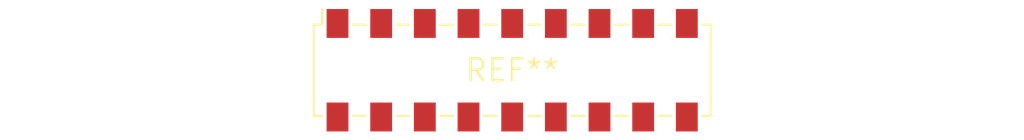
<source format=kicad_pcb>
(kicad_pcb (version 20240108) (generator pcbnew)
  (layers (0 "F.Cu" signal) (31 "B.Cu" signal) (34 "B.Paste" user) (35 "F.Paste" user) (36 "B.SilkS" user "B.Silkscreen") (37 "F.SilkS" user "F.Silkscreen") (38 "B.Mask" user) (39 "F.Mask" user) (44 "Edge.Cuts" user))
  (net 0 "")
  (footprint "Samtec_HLE-109-02-xxx-DV-BE_2x09_P2.54mm_Horizontal" (layer "F.Cu") (at 0 0)
    (property "Reference" "REF**")
    (property "Value" "Samtec_HLE-109-02-xxx-DV-BE_2x09_P2.54mm_Horizontal")
    (fp_line (start -11.54 -2.65) (end -11.54 2.65) (layer "F.SilkS") (stroke (width 0.12)))
    (fp_line (start -11.54 2.65) (end -11.055 2.65) (layer "F.SilkS") (stroke (width 0.12)))
    (fp_line (start -11.055 -3.56) (end -11.055 -2.65) (layer "F.SilkS") (stroke (width 0.12)))
    (fp_line (start -11.055 -2.65) (end -11.54 -2.65) (layer "F.SilkS") (stroke (width 0.12)))
    (fp_line (start -9.265 -2.65) (end -8.515 -2.65) (layer "F.SilkS") (stroke (width 0.12)))
    (fp_line (start -9.265 2.65) (end -8.515 2.65) (layer "F.SilkS") (stroke (width 0.12)))
    (fp_line (start -6.725 -2.65) (end -5.975 -2.65) (layer "F.SilkS") (stroke (width 0.12)))
    (fp_line (start -6.725 2.65) (end -5.975 2.65) (layer "F.SilkS") (stroke (width 0.12)))
    (fp_line (start -4.185 -2.65) (end -3.435 -2.65) (layer "F.SilkS") (stroke (width 0.12)))
    (fp_line (start -4.185 2.65) (end -3.435 2.65) (layer "F.SilkS") (stroke (width 0.12)))
    (fp_line (start -1.645 -2.65) (end -0.895 -2.65) (layer "F.SilkS") (stroke (width 0.12)))
    (fp_line (start -1.645 2.65) (end -0.895 2.65) (layer "F.SilkS") (stroke (width 0.12)))
    (fp_line (start 0.895 -2.65) (end 1.645 -2.65) (layer "F.SilkS") (stroke (width 0.12)))
    (fp_line (start 0.895 2.65) (end 1.645 2.65) (layer "F.SilkS") (stroke (width 0.12)))
    (fp_line (start 3.435 -2.65) (end 4.185 -2.65) (layer "F.SilkS") (stroke (width 0.12)))
    (fp_line (start 3.435 2.65) (end 4.185 2.65) (layer "F.SilkS") (stroke (width 0.12)))
    (fp_line (start 5.975 -2.65) (end 6.725 -2.65) (layer "F.SilkS") (stroke (width 0.12)))
    (fp_line (start 5.975 2.65) (end 6.725 2.65) (layer "F.SilkS") (stroke (width 0.12)))
    (fp_line (start 8.515 -2.65) (end 9.265 -2.65) (layer "F.SilkS") (stroke (width 0.12)))
    (fp_line (start 8.515 2.65) (end 9.265 2.65) (layer "F.SilkS") (stroke (width 0.12)))
    (fp_line (start 11.055 -2.65) (end 11.54 -2.65) (layer "F.SilkS") (stroke (width 0.12)))
    (fp_line (start 11.54 -2.65) (end 11.54 2.65) (layer "F.SilkS") (stroke (width 0.12)))
    (fp_line (start 11.54 2.65) (end 11.055 2.65) (layer "F.SilkS") (stroke (width 0.12)))
    (pad "" np_thru_hole circle (at -10.16 -1.27) (size 0.97 0.97) (drill 0.97) (layers *.Cu *.Mask))
    (pad "" np_thru_hole circle (at -10.16 1.27) (size 0.97 0.97) (drill 0.97) (layers *.Cu *.Mask))
    (pad "" np_thru_hole circle (at -7.62 -1.27) (size 0.97 0.97) (drill 0.97) (layers *.Cu *.Mask))
    (pad "" np_thru_hole circle (at -7.62 1.27) (size 0.97 0.97) (drill 0.97) (layers *.Cu *.Mask))
    (pad "" np_thru_hole circle (at -5.08 -1.27) (size 0.97 0.97) (drill 0.97) (layers *.Cu *.Mask))
    (pad "" np_thru_hole circle (at -5.08 1.27) (size 0.97 0.97) (drill 0.97) (layers *.Cu *.Mask))
    (pad "" np_thru_hole circle (at -2.54 -1.27) (size 0.97 0.97) (drill 0.97) (layers *.Cu *.Mask))
    (pad "" np_thru_hole circle (at -2.54 1.27) (size 0.97 0.97) (drill 0.97) (layers *.Cu *.Mask))
    (pad "" np_thru_hole circle (at 0 -1.27) (size 0.97 0.97) (drill 0.97) (layers *.Cu *.Mask))
    (pad "" np_thru_hole circle (at 0 1.27) (size 0.97 0.97) (drill 0.97) (layers *.Cu *.Mask))
    (pad "" np_thru_hole circle (at 2.54 -1.27) (size 0.97 0.97) (drill 0.97) (layers *.Cu *.Mask))
    (pad "" np_thru_hole circle (at 2.54 1.27) (size 0.97 0.97) (drill 0.97) (layers *.Cu *.Mask))
    (pad "" np_thru_hole circle (at 5.08 -1.27) (size 0.97 0.97) (drill 0.97) (layers *.Cu *.Mask))
    (pad "" np_thru_hole circle (at 5.08 1.27) (size 0.97 0.97) (drill 0.97) (layers *.Cu *.Mask))
    (pad "" np_thru_hole circle (at 7.62 -1.27) (size 0.97 0.97) (drill 0.97) (layers *.Cu *.Mask))
    (pad "" np_thru_hole circle (at 7.62 1.27) (size 0.97 0.97) (drill 0.97) (layers *.Cu *.Mask))
    (pad "" np_thru_hole circle (at 10.16 -1.27) (size 0.97 0.97) (drill 0.97) (layers *.Cu *.Mask))
    (pad "" np_thru_hole circle (at 10.16 1.27) (size 0.97 0.97) (drill 0.97) (layers *.Cu *.Mask))
    (pad "1" smd rect (at -10.16 -2.72) (size 1.27 1.68) (layers "F.Cu" "F.Paste" "F.Mask"))
    (pad "2" smd rect (at -10.16 2.72) (size 1.27 1.68) (layers "F.Cu" "F.Paste" "F.Mask"))
    (pad "3" smd rect (at -7.62 -2.72) (size 1.27 1.68) (layers "F.Cu" "F.Paste" "F.Mask"))
    (pad "4" smd rect (at -7.62 2.72) (size 1.27 1.68) (layers "F.Cu" "F.Paste" "F.Mask"))
    (pad "5" smd rect (at -5.08 -2.72) (size 1.27 1.68) (layers "F.Cu" "F.Paste" "F.Mask"))
    (pad "6" smd rect (at -5.08 2.72) (size 1.27 1.68) (layers "F.Cu" "F.Paste" "F.Mask"))
    (pad "7" smd rect (at -2.54 -2.72) (size 1.27 1.68) (layers "F.Cu" "F.Paste" "F.Mask"))
    (pad "8" smd rect (at -2.54 2.72) (size 1.27 1.68) (layers "F.Cu" "F.Paste" "F.Mask"))
    (pad "9" smd rect (at 0 -2.72) (size 1.27 1.68) (layers "F.Cu" "F.Paste" "F.Mask"))
    (pad "10" smd rect (at 0 2.72) (size 1.27 1.68) (layers "F.Cu" "F.Paste" "F.Mask"))
    (pad "11" smd rect (at 2.54 -2.72) (size 1.27 1.68) (layers "F.Cu" "F.Paste" "F.Mask"))
    (pad "12" smd rect (at 2.54 2.72) (size 1.27 1.68) (layers "F.Cu" "F.Paste" "F.Mask"))
    (pad "13" smd rect (at 5.08 -2.72) (size 1.27 1.68) (layers "F.Cu" "F.Paste" "F.Mask"))
    (pad "14" smd rect (at 5.08 2.72) (size 1.27 1.68) (layers "F.Cu" "F.Paste" "F.Mask"))
    (pad "15" smd rect (at 7.62 -2.72) (size 1.27 1.68) (layers "F.Cu" "F.Paste" "F.Mask"))
    (pad "16" smd rect (at 7.62 2.72) (size 1.27 1.68) (layers "F.Cu" "F.Paste" "F.Mask"))
    (pad "17" smd rect (at 10.16 -2.72) (size 1.27 1.68) (layers "F.Cu" "F.Paste" "F.Mask"))
    (pad "18" smd rect (at 10.16 2.72) (size 1.27 1.68) (layers "F.Cu" "F.Paste" "F.Mask"))
  )
)
</source>
